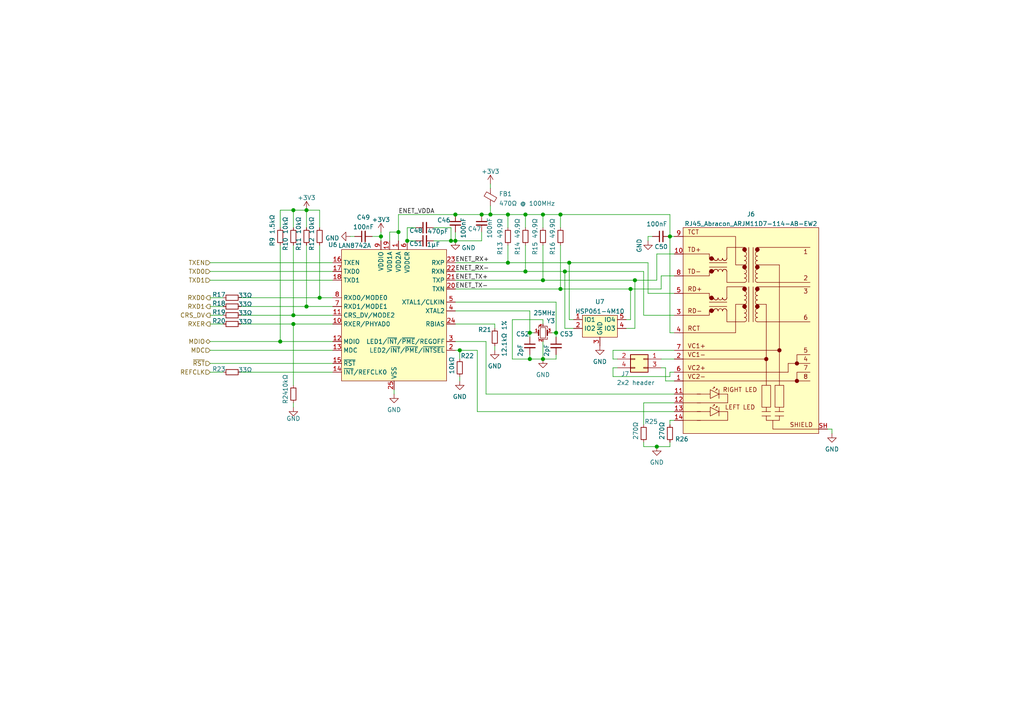
<source format=kicad_sch>
(kicad_sch (version 20210621) (generator eeschema)
  (paper "A4")
  (title_block (title "Ethernet Feather, Ethernet section") (company "Design by Artemis Tosini <me@artem.ist>"))
  (lib_symbols
    (symbol "Connector_Generic:Conn_02x02_Odd_Even" (pin_names (offset 1.016) hide)
      (property "Reference" "J" (at 1.27 2.54 0))
      (property "Value" "Conn_02x02_Odd_Even" (at 1.27 -5.08 0))
      (symbol "Conn_02x02_Odd_Even_1_1"
        (rectangle (start -1.27 -2.413) (end 0 -2.667) (stroke (width 0.1524)))
        (rectangle (start -1.27 0.127) (end 0 -0.127) (stroke (width 0.1524)))
        (rectangle (start -1.27 1.27) (end 3.81 -3.81) (stroke (width 0.254)) (fill (type background)))
        (rectangle (start 3.81 -2.413) (end 2.54 -2.667) (stroke (width 0.1524)))
        (rectangle (start 3.81 0.127) (end 2.54 -0.127) (stroke (width 0.1524)))
        (pin passive line (at -5.08 0 0) (length 3.81) (name "Pin_1") (number "1"))
        (pin passive line (at 7.62 0 180) (length 3.81) (name "Pin_2") (number "2"))
        (pin passive line (at -5.08 -2.54 0) (length 3.81) (name "Pin_3") (number "3"))
        (pin passive line (at 7.62 -2.54 180) (length 3.81) (name "Pin_4") (number "4"))
      )
    )
    (symbol "Device:C_Small" (pin_numbers hide) (pin_names (offset 0.254) hide)
      (property "Reference" "C" (at 0.254 1.778 0))
      (property "Value" "C_Small" (at 0.254 -2.032 0))
      (symbol "C_Small_0_1"
        (polyline (pts (xy -1.524 -0.508) (xy 1.524 -0.508)) (stroke (width 0.3302)))
        (polyline (pts (xy -1.524 0.508) (xy 1.524 0.508)) (stroke (width 0.3048)))
      )
      (symbol "C_Small_1_1"
        (pin passive line (at 0 2.54 270) (length 2.032) (name "~") (number "1"))
        (pin passive line (at 0 -2.54 90) (length 2.032) (name "~") (number "2"))
      )
    )
    (symbol "Device:Crystal_GND24_Small" (pin_names (offset 1.016) hide)
      (property "Reference" "Y" (at 1.27 4.445 0))
      (property "Value" "Crystal_GND24_Small" (at 1.27 2.54 0))
      (symbol "Crystal_GND24_Small_0_1"
        (rectangle (start -0.762 -1.524) (end 0.762 1.524))
        (polyline (pts (xy -1.27 -0.762) (xy -1.27 0.762)) (stroke (width 0.381)))
        (polyline (pts (xy 1.27 -0.762) (xy 1.27 0.762)) (stroke (width 0.381)))
        (polyline (pts (xy -1.27 -1.27) (xy -1.27 -1.905) (xy 1.27 -1.905) (xy 1.27 -1.27)))
        (polyline (pts (xy -1.27 1.27) (xy -1.27 1.905) (xy 1.27 1.905) (xy 1.27 1.27)))
      )
      (symbol "Crystal_GND24_Small_1_1"
        (pin passive line (at -2.54 0 0) (length 1.27) (name "1") (number "1"))
        (pin passive line (at 0 -2.54 90) (length 0.635) (name "2") (number "2"))
        (pin passive line (at 2.54 0 180) (length 1.27) (name "3") (number "3"))
        (pin passive line (at 0 2.54 270) (length 0.635) (name "4") (number "4"))
      )
    )
    (symbol "Device:FerriteBead_Small" (pin_numbers hide) (pin_names (offset 0))
      (property "Reference" "FB" (at 1.905 1.27 0))
      (property "Value" "FerriteBead_Small" (at 1.905 -1.27 0))
      (symbol "FerriteBead_Small_0_1"
        (polyline (pts (xy 0 -1.27) (xy 0 -0.7874)))
        (polyline (pts (xy 0 0.889) (xy 0 1.2954)))
        (polyline (pts (xy -1.8288 0.2794) (xy -1.1176 1.4986) (xy 1.8288 -0.2032) (xy 1.1176 -1.4224) (xy -1.8288 0.2794)))
      )
      (symbol "FerriteBead_Small_1_1"
        (pin passive line (at 0 2.54 270) (length 1.27) (name "~") (number "1"))
        (pin passive line (at 0 -2.54 90) (length 1.27) (name "~") (number "2"))
      )
    )
    (symbol "Device:R_Small" (pin_numbers hide) (pin_names (offset 0.254) hide)
      (property "Reference" "R" (at 0.762 0.508 0))
      (property "Value" "R_Small" (at 0.762 -1.016 0))
      (symbol "R_Small_0_1"
        (rectangle (start -0.762 1.778) (end 0.762 -1.778) (stroke (width 0.2032)))
      )
      (symbol "R_Small_1_1"
        (pin passive line (at 0 2.54 270) (length 0.762) (name "~") (number "1"))
        (pin passive line (at 0 -2.54 90) (length 0.762) (name "~") (number "2"))
      )
    )
    (symbol "ethernet_feather:HSP061-4M10"
      (property "Reference" "U" (at -3.81 5.08 0))
      (property "Value" "HSP061-4M10" (at 5.08 5.08 0))
      (symbol "HSP061-4M10_0_1"
        (rectangle (start -5.08 3.81) (end 5.08 -2.54) (stroke (width 0.1524)) (fill (type background)))
      )
      (symbol "HSP061-4M10_1_1"
        (pin passive line (at -7.62 2.54 0) (length 2.54) (name "IO1") (number "1"))
        (pin passive line (at -7.62 2.54 0) (length 2.54) hide (name "NC") (number "10"))
        (pin passive line (at -7.62 0 0) (length 2.54) (name "IO2") (number "2"))
        (pin passive line (at 0 -5.08 90) (length 2.54) (name "GND") (number "3"))
        (pin passive line (at 7.62 0 180) (length 2.54) (name "IO3") (number "4"))
        (pin passive line (at 7.62 2.54 180) (length 2.54) (name "IO4") (number "5"))
        (pin passive line (at 7.62 2.54 180) (length 2.54) hide (name "NC") (number "6"))
        (pin passive line (at 7.62 0 180) (length 2.54) hide (name "NC") (number "7"))
        (pin passive line (at 0 -5.08 90) (length 2.54) hide (name "GND") (number "8"))
        (pin passive line (at -7.62 0 0) (length 2.54) hide (name "NC") (number "9"))
      )
    )
    (symbol "ethernet_feather:LAN8742A"
      (property "Reference" "U" (at -13.97 20.32 0))
      (property "Value" "LAN8742A" (at 10.16 20.32 0))
      (symbol "LAN8742A_0_1"
        (rectangle (start -15.24 19.05) (end 15.24 -19.05) (stroke (width 0.1524)) (fill (type background)))
      )
      (symbol "LAN8742A_1_1"
        (pin power_in line (at 1.27 21.59 270) (length 2.54) (name "VDD2A") (number "1"))
        (pin output line (at -17.78 -2.54 0) (length 2.54) (name "RXER/PHYAD0") (number "10"))
        (pin output line (at -17.78 0 0) (length 2.54) (name "CRS_DV/MODE2") (number "11"))
        (pin bidirectional line (at -17.78 -7.62 0) (length 2.54) (name "MDIO") (number "12"))
        (pin input line (at -17.78 -10.16 0) (length 2.54) (name "MDC") (number "13"))
        (pin output line (at -17.78 -16.51 0) (length 2.54) (name "~{INT}/REFCLK0") (number "14"))
        (pin input line (at -17.78 -13.97 0) (length 2.54) (name "~{RST}") (number "15"))
        (pin input line (at -17.78 15.24 0) (length 2.54) (name "TXEN") (number "16"))
        (pin input line (at -17.78 12.7 0) (length 2.54) (name "TXD0") (number "17"))
        (pin input line (at -17.78 10.16 0) (length 2.54) (name "TXD1") (number "18"))
        (pin power_in line (at -1.27 21.59 270) (length 2.54) (name "VDD1A") (number "19"))
        (pin bidirectional line (at 17.78 -10.16 180) (length 2.54) (name "LED2/~{INT}/~{PME}/~{INTSEL}") (number "2"))
        (pin bidirectional line (at 17.78 7.62 180) (length 2.54) (name "TXN") (number "20"))
        (pin bidirectional line (at 17.78 10.16 180) (length 2.54) (name "TXP") (number "21"))
        (pin bidirectional line (at 17.78 12.7 180) (length 2.54) (name "RXN") (number "22"))
        (pin bidirectional line (at 17.78 15.24 180) (length 2.54) (name "RXP") (number "23"))
        (pin passive line (at 17.78 -2.54 180) (length 2.54) (name "RBIAS") (number "24"))
        (pin power_in line (at 0 -21.59 90) (length 2.54) (name "VSS") (number "25"))
        (pin bidirectional line (at 17.78 -7.62 180) (length 2.54) (name "LED1/~{INT}/~{PME}/REGOFF") (number "3"))
        (pin output line (at 17.78 1.27 180) (length 2.54) (name "XTAL2") (number "4"))
        (pin input line (at 17.78 3.81 180) (length 2.54) (name "XTAL1/CLKIN") (number "5"))
        (pin bidirectional line (at 3.81 21.59 270) (length 2.54) (name "VDDCR") (number "6"))
        (pin output line (at -17.78 2.54 0) (length 2.54) (name "RXD1/MODE1") (number "7"))
        (pin output line (at -17.78 5.08 0) (length 2.54) (name "RXD0/MODE0") (number "8"))
        (pin power_in line (at -3.81 21.59 270) (length 2.54) (name "VDDIO") (number "9"))
      )
    )
    (symbol "ethernet_feather:RJ45_Abracon_ARJM11D7-114-AB-EW2" (pin_names hide)
      (property "Reference" "J" (at 13.97 30.48 0))
      (property "Value" "RJ45_Abracon_ARJM11D7-114-AB-EW2" (at -22.86 30.48 0))
      (symbol "RJ45_Abracon_ARJM11D7-114-AB-EW2_0_0"
        (rectangle (start -19.05 29.21) (end 20.32 -30.48) (stroke (width 0.1524)) (fill (type background)))
        (polyline (pts (xy -19.05 -26.67) (xy -13.97 -26.67)))
        (polyline (pts (xy -19.05 -24.13) (xy -13.97 -24.13)))
        (polyline (pts (xy -19.05 -21.59) (xy -13.97 -21.59)))
        (polyline (pts (xy -19.05 -19.05) (xy -13.97 -19.05)))
        (polyline (pts (xy -19.05 -15.24) (xy 17.78 -15.24)))
        (polyline (pts (xy -19.05 -12.7) (xy 11.43 -12.7)))
        (polyline (pts (xy -19.05 -8.89) (xy 5.08 -8.89)))
        (polyline (pts (xy -19.05 3.81) (xy -11.43 3.81)))
        (polyline (pts (xy -19.05 10.16) (xy -11.43 10.16)))
        (polyline (pts (xy -19.05 15.24) (xy -11.43 15.24)))
        (polyline (pts (xy -14.986 -19.05) (xy -11.176 -19.05)))
        (polyline (pts (xy -11.43 21.59) (xy -19.05 21.59)))
        (polyline (pts (xy 5.08 -22.86) (xy 5.08 -24.13)))
        (polyline (pts (xy 6.35 -25.4) (xy 3.81 -25.4)))
        (polyline (pts (xy 8.89 -22.86) (xy 8.89 -24.13)))
        (polyline (pts (xy 8.89 -6.35) (xy -19.05 -6.35)))
        (polyline (pts (xy 10.16 -25.4) (xy 7.62 -25.4)))
        (polyline (pts (xy 11.43 -10.16) (xy 17.78 -10.16)))
        (polyline (pts (xy 5.08 -25.4) (xy 5.08 -26.67) (xy 5.08 -26.67)))
        (polyline (pts (xy 8.89 -25.4) (xy 8.89 -26.67) (xy 8.89 -26.67)))
        (polyline (pts (xy 13.97 -15.24) (xy 13.97 -12.7) (xy 17.78 -12.7)))
        (polyline (pts (xy 13.97 -10.16) (xy 13.97 -7.62) (xy 17.78 -7.62)))
        (polyline (pts (xy -8.636 -19.05) (xy -6.096 -19.05) (xy -6.096 -21.59) (xy -14.986 -21.59)))
        (text "1" (at 16.51 22.225 0) (effects (font (size 1.27 1.27))))
        (text "2" (at 16.51 14.605 0) (effects (font (size 1.27 1.27))))
        (text "3" (at 16.51 10.795 0) (effects (font (size 1.27 1.27))))
        (text "4" (at 16.51 -8.89 0) (effects (font (size 1.27 1.27))))
        (text "5" (at 16.51 -6.35 0) (effects (font (size 1.27 1.27))))
        (text "6" (at 16.51 3.175 0) (effects (font (size 1.27 1.27))))
        (text "7" (at 16.51 -11.43 0) (effects (font (size 1.27 1.27))))
        (text "8" (at 16.51 -13.97 0) (effects (font (size 1.27 1.27))))
        (text "LEFT LED" (at -2.54 -22.86 0) (effects (font (size 1.27 1.27))))
        (text "RD+" (at -17.78 11.43 0) (effects (font (size 1.27 1.27)) (justify left)))
        (text "SHIELD" (at 15.24 -27.94 0) (effects (font (size 1.27 1.27))))
        (text "TCT" (at -17.78 27.94 0) (effects (font (size 1.27 1.27)) (justify left)))
        (text "TD+" (at -17.78 22.86 0) (effects (font (size 1.27 1.27)) (justify left)))
        (text "TD-" (at -17.78 16.51 0) (effects (font (size 1.27 1.27)) (justify left)))
        (text "VC2+" (at -17.78 -11.43 0) (effects (font (size 1.27 1.27)) (justify left)))
      )
      (symbol "RJ45_Abracon_ARJM11D7-114-AB-EW2_0_1"
        (polyline (pts (xy -9.906 -22.098) (xy -10.16 -22.098)))
        (polyline (pts (xy -9.144 -22.606) (xy -9.398 -22.606)))
        (polyline (pts (xy -8.636 -17.78) (xy -8.636 -20.32)))
        (polyline (pts (xy 2.54 6.985) (xy 5.08 6.985)) (stroke (width 0.1524)))
        (polyline (pts (xy 2.54 18.415) (xy 8.89 18.415)) (stroke (width 0.1524)))
        (polyline (pts (xy 5.08 6.985) (xy 5.08 -16.51)) (stroke (width 0.1524)))
        (polyline (pts (xy 8.89 18.415) (xy 8.89 -16.51)) (stroke (width 0.1524)))
        (polyline (pts (xy 11.43 -12.7) (xy 11.43 -10.16)) (stroke (width 0.1524)))
        (polyline (pts (xy -10.414 -22.606) (xy -9.906 -22.098) (xy -9.906 -22.352)))
        (polyline (pts (xy -9.652 -23.114) (xy -9.144 -22.606) (xy -9.144 -22.86)))
        (polyline (pts (xy -11.176 -17.78) (xy -11.176 -20.32) (xy -8.636 -19.05) (xy -11.176 -17.78)))
      )
      (symbol "RJ45_Abracon_ARJM11D7-114-AB-EW2_1_1"
        (arc (start -11.43 8.89) (mid -10.795 8.255) (end -10.16 8.89))
        (arc (start -11.43 20.32) (mid -10.795 19.685) (end -10.16 20.32))
        (circle (center -10.795 5.08) (radius 0.0001) (stroke (width 0.6072)))
        (circle (center -10.795 8.89) (radius 0.0001) (stroke (width 0.6072)))
        (circle (center -10.795 16.51) (radius 0.0001) (stroke (width 0.6072)))
        (circle (center -10.795 20.32) (radius 0.0001) (stroke (width 0.6072)))
        (arc (start -10.16 5.08) (mid -10.795 5.715) (end -11.43 5.08))
        (arc (start -10.16 5.08) (mid -7.62 5.08) (end -10.16 5.08))
        (arc (start -10.16 8.89) (mid -9.525 8.255) (end -8.89 8.89))
        (arc (start -10.16 8.89) (mid -9.525 8.255) (end -8.89 8.89))
        (arc (start -10.16 16.51) (mid -10.795 17.145) (end -11.43 16.51))
        (arc (start -10.16 16.51) (mid -7.62 16.51) (end -10.16 16.51))
        (arc (start -10.16 20.32) (mid -9.525 19.685) (end -8.89 20.32))
        (arc (start -10.16 20.32) (mid -9.525 19.685) (end -8.89 20.32))
        (arc (start -8.89 5.08) (mid -9.525 5.715) (end -10.16 5.08))
        (arc (start -8.89 5.08) (mid -9.525 5.715) (end -10.16 5.08))
        (arc (start -8.89 8.89) (mid -11.43 8.89) (end -8.89 8.89))
        (arc (start -8.89 8.89) (mid -8.255 8.255) (end -7.62 8.89))
        (arc (start -8.89 16.51) (mid -9.525 17.145) (end -10.16 16.51))
        (arc (start -8.89 16.51) (mid -9.525 17.145) (end -10.16 16.51))
        (arc (start -8.89 20.32) (mid -11.43 20.32) (end -8.89 20.32))
        (arc (start -8.89 20.32) (mid -8.255 19.685) (end -7.62 20.32))
        (arc (start -7.62 5.08) (mid -8.255 5.715) (end -8.89 5.08))
        (arc (start -7.62 5.08) (mid -5.08 5.08) (end -7.62 5.08))
        (arc (start -7.62 8.89) (mid -6.985 8.255) (end -6.35 8.89))
        (arc (start -7.62 8.89) (mid -6.985 8.255) (end -6.35 8.89))
        (arc (start -7.62 16.51) (mid -8.255 17.145) (end -8.89 16.51))
        (arc (start -7.62 16.51) (mid -5.08 16.51) (end -7.62 16.51))
        (arc (start -7.62 20.32) (mid -6.985 19.685) (end -6.35 20.32))
        (arc (start -7.62 20.32) (mid -6.985 19.685) (end -6.35 20.32))
        (arc (start -6.35 5.08) (mid -6.985 5.715) (end -7.62 5.08))
        (arc (start -6.35 5.08) (mid -6.985 5.715) (end -7.62 5.08))
        (arc (start -6.35 8.89) (mid -8.89 8.89) (end -6.35 8.89))
        (arc (start -6.35 16.51) (mid -6.985 17.145) (end -7.62 16.51))
        (arc (start -6.35 16.51) (mid -6.985 17.145) (end -7.62 16.51))
        (arc (start -6.35 20.32) (mid -8.89 20.32) (end -6.35 20.32))
        (arc (start -1.27 1.905) (mid -0.635 2.54) (end -1.27 3.175))
        (arc (start -1.27 3.175) (mid -0.635 3.81) (end -1.27 4.445))
        (arc (start -1.27 4.445) (mid -0.635 5.08) (end -1.27 5.715))
        (arc (start -1.27 5.08) (mid -1.27 2.54) (end -1.27 5.08))
        (arc (start -1.27 5.715) (mid -0.635 6.35) (end -1.27 6.985))
        (arc (start -1.27 6.35) (mid -1.27 3.81) (end -1.27 6.35))
        (circle (center -1.27 6.35) (radius 0.0001) (stroke (width 0.6072)))
        (arc (start -1.27 6.985) (mid -0.635 7.62) (end -1.27 8.255))
        (arc (start -1.27 8.255) (mid -0.635 8.89) (end -1.27 9.525))
        (arc (start -1.27 9.525) (mid -0.635 10.16) (end -1.27 10.795))
        (arc (start -1.27 10.795) (mid -0.635 11.43) (end -1.27 12.065))
        (arc (start -1.27 11.43) (mid -1.27 8.89) (end -1.27 11.43))
        (circle (center -1.27 11.43) (radius 0.0001) (stroke (width 0.6072)))
        (arc (start -1.27 13.335) (mid -0.635 13.97) (end -1.27 14.605))
        (arc (start -1.27 14.605) (mid -0.635 15.24) (end -1.27 15.875))
        (arc (start -1.27 15.875) (mid -0.635 16.51) (end -1.27 17.145))
        (arc (start -1.27 16.51) (mid -1.27 13.97) (end -1.27 16.51))
        (arc (start -1.27 17.145) (mid -0.635 17.78) (end -1.27 18.415))
        (arc (start -1.27 17.78) (mid -1.27 15.24) (end -1.27 17.78))
        (circle (center -1.27 17.78) (radius 0.0001) (stroke (width 0.6072)))
        (arc (start -1.27 18.415) (mid -0.635 19.05) (end -1.27 19.685))
        (arc (start -1.27 19.685) (mid -0.635 20.32) (end -1.27 20.955))
        (arc (start -1.27 20.955) (mid -0.635 21.59) (end -1.27 22.225))
        (arc (start -1.27 22.225) (mid -0.635 22.86) (end -1.27 23.495))
        (arc (start -1.27 22.86) (mid -1.27 20.32) (end -1.27 22.86))
        (circle (center -1.27 22.86) (radius 0.0001) (stroke (width 0.6072)))
        (polyline (pts (xy -14.986 -24.13) (xy -11.176 -24.13)))
        (polyline (pts (xy -11.43 3.81) (xy -11.43 5.08)) (stroke (width 0.1524)))
        (polyline (pts (xy -11.43 6.35) (xy -6.35 6.35)))
        (polyline (pts (xy -11.43 8.89) (xy -11.43 10.16)) (stroke (width 0.1524)))
        (polyline (pts (xy -11.43 15.24) (xy -11.43 16.51)) (stroke (width 0.1524)))
        (polyline (pts (xy -11.43 17.78) (xy -6.35 17.78)))
        (polyline (pts (xy -11.43 20.32) (xy -11.43 21.59)) (stroke (width 0.1524)))
        (polyline (pts (xy -9.906 -17.018) (xy -10.16 -17.018)))
        (polyline (pts (xy -9.144 -17.526) (xy -9.398 -17.526)))
        (polyline (pts (xy -8.636 -22.86) (xy -8.636 -25.4)))
        (polyline (pts (xy -6.35 7.62) (xy -11.43 7.62)))
        (polyline (pts (xy -6.35 19.05) (xy -11.43 19.05)))
        (polyline (pts (xy 0 12.065) (xy 0 1.905)))
        (polyline (pts (xy 0 23.495) (xy 0 13.335)))
        (polyline (pts (xy 1.27 1.905) (xy 1.27 12.065)))
        (polyline (pts (xy 1.27 13.335) (xy 1.27 23.495)))
        (polyline (pts (xy 2.54 1.905) (xy 17.78 1.905)) (stroke (width 0.1524)))
        (polyline (pts (xy 2.54 12.065) (xy 17.78 12.065)) (stroke (width 0.1524)))
        (polyline (pts (xy 2.54 13.335) (xy 17.78 13.335)) (stroke (width 0.1524)))
        (polyline (pts (xy 2.54 23.495) (xy 17.78 23.495)) (stroke (width 0.1524)))
        (polyline (pts (xy 5.08 -26.67) (xy 8.89 -26.67)) (stroke (width 0.1524)))
        (polyline (pts (xy 6.35 -24.13) (xy 3.81 -24.13)))
        (polyline (pts (xy 10.16 -24.13) (xy 7.62 -24.13)))
        (polyline (pts (xy -10.414 -17.526) (xy -9.906 -17.018) (xy -9.906 -17.272)))
        (polyline (pts (xy -9.652 -18.034) (xy -9.144 -17.526) (xy -9.144 -17.78)))
        (polyline (pts (xy -6.35 5.08) (xy -6.35 1.905) (xy -1.27 1.905)) (stroke (width 0.1524)))
        (polyline (pts (xy -6.35 8.89) (xy -6.35 12.065) (xy -1.27 12.065)) (stroke (width 0.1524)))
        (polyline (pts (xy -6.35 16.51) (xy -6.35 13.335) (xy -1.27 13.335)) (stroke (width 0.1524)))
        (polyline (pts (xy -6.35 20.32) (xy -6.35 23.495) (xy -1.27 23.495)) (stroke (width 0.1524)))
        (polyline (pts (xy 20.32 -29.21) (xy 6.985 -29.21) (xy 6.985 -26.67)) (stroke (width 0.1524)))
        (polyline (pts (xy -11.176 -22.86) (xy -11.176 -25.4) (xy -8.636 -24.13) (xy -11.176 -22.86)))
        (polyline (pts (xy -8.636 -24.13) (xy -6.096 -24.13) (xy -6.096 -26.67) (xy -14.986 -26.67)))
        (polyline (pts (xy -1.27 6.985) (xy -3.81 6.985) (xy -3.81 -1.27) (xy -20.32 -1.27)) (stroke (width 0.1524)))
        (polyline (pts (xy -1.27 18.415) (xy -3.81 18.415) (xy -3.81 26.67) (xy -19.05 26.67)) (stroke (width 0.1524)))
        (arc (start 2.54 3.175) (mid 1.905 2.54) (end 2.54 1.905))
        (arc (start 2.54 3.175) (mid 2.54 5.715) (end 2.54 3.175))
        (arc (start 2.54 4.445) (mid 1.905 3.81) (end 2.54 3.175))
        (arc (start 2.54 5.715) (mid 1.905 5.08) (end 2.54 4.445))
        (arc (start 2.54 5.715) (mid 2.54 8.255) (end 2.54 5.715))
        (circle (center 2.54 6.35) (radius 0.0001) (stroke (width 0.6072)))
        (arc (start 2.54 6.985) (mid 1.905 6.35) (end 2.54 5.715))
        (arc (start 2.54 8.255) (mid 1.905 7.62) (end 2.54 6.985))
        (arc (start 2.54 9.525) (mid 1.905 8.89) (end 2.54 8.255))
        (arc (start 2.54 9.525) (mid 2.54 12.065) (end 2.54 9.525))
        (arc (start 2.54 10.795) (mid 1.905 10.16) (end 2.54 9.525))
        (circle (center 2.54 11.43) (radius 0.0001) (stroke (width 0.6072)))
        (arc (start 2.54 12.065) (mid 1.905 11.43) (end 2.54 10.795))
        (arc (start 2.54 14.605) (mid 1.905 13.97) (end 2.54 13.335))
        (arc (start 2.54 14.605) (mid 2.54 17.145) (end 2.54 14.605))
        (arc (start 2.54 15.875) (mid 1.905 15.24) (end 2.54 14.605))
        (arc (start 2.54 17.145) (mid 1.905 16.51) (end 2.54 15.875))
        (arc (start 2.54 17.145) (mid 2.54 19.685) (end 2.54 17.145))
        (circle (center 2.54 17.78) (radius 0.0001) (stroke (width 0.6072)))
        (arc (start 2.54 18.415) (mid 1.905 17.78) (end 2.54 17.145))
        (arc (start 2.54 19.685) (mid 1.905 19.05) (end 2.54 18.415))
        (arc (start 2.54 20.955) (mid 1.905 20.32) (end 2.54 19.685))
        (arc (start 2.54 20.955) (mid 2.54 23.495) (end 2.54 20.955))
        (arc (start 2.54 22.225) (mid 1.905 21.59) (end 2.54 20.955))
        (circle (center 2.54 22.86) (radius 0.0001) (stroke (width 0.6072)))
        (arc (start 2.54 23.495) (mid 1.905 22.86) (end 2.54 22.225))
        (circle (center 5.08 -8.89) (radius 0.0001) (stroke (width 0.6072)))
        (rectangle (start 6.35 -22.86) (end 3.81 -16.51))
        (circle (center 8.89 -6.35) (radius 0.0001) (stroke (width 0.6072)))
        (rectangle (start 10.16 -22.86) (end 7.62 -16.51))
        (circle (center 13.97 -15.24) (radius 0.0001) (stroke (width 0.6072)))
        (circle (center 13.97 -10.16) (radius 0.0001) (stroke (width 0.6072)))
        (text "RCT" (at -17.78 0 0) (effects (font (size 1.27 1.27)) (justify left)))
        (text "RD-" (at -17.78 5.08 0) (effects (font (size 1.27 1.27)) (justify left)))
        (text "RIGHT LED" (at -2.54 -17.78 0) (effects (font (size 1.27 1.27))))
        (text "VC1+" (at -17.78 -5.08 0) (effects (font (size 1.27 1.27)) (justify left)))
        (text "VC1-" (at -17.78 -7.62 0) (effects (font (size 1.27 1.27)) (justify left)))
        (text "VC2-" (at -17.78 -13.97 0) (effects (font (size 1.27 1.27)) (justify left)))
        (pin passive line (at -21.59 -15.24 0) (length 2.54) (name "TD+") (number "1"))
        (pin passive line (at -21.59 21.59 0) (length 2.54) (name "TD+") (number "10"))
        (pin passive line (at -21.59 -19.05 0) (length 2.54) (name "RLED+") (number "11"))
        (pin passive line (at -21.59 -21.59 0) (length 2.54) (name "RLED-") (number "12"))
        (pin passive line (at -21.59 -24.13 0) (length 2.54) (name "LLED+") (number "13"))
        (pin passive line (at -21.59 -26.67 0) (length 2.54) (name "LLED-") (number "14"))
        (pin passive line (at -21.59 -8.89 0) (length 2.54) (name "TD-") (number "2"))
        (pin passive line (at -21.59 3.81 0) (length 2.54) (name "RD+") (number "3"))
        (pin passive line (at -21.59 -1.27 0) (length 2.54) (name "CT") (number "4"))
        (pin passive line (at -21.59 10.16 0) (length 2.54) (name "CT") (number "5"))
        (pin passive line (at -21.59 -12.7 0) (length 2.54) (name "RD-") (number "6"))
        (pin passive line (at -21.59 -6.35 0) (length 2.54) (name "7") (number "7"))
        (pin passive line (at -21.59 15.24 0) (length 2.54) (name "TD-") (number "8"))
        (pin passive line (at -21.59 26.67 0) (length 2.54) (name "V+") (number "9"))
        (pin passive line (at 22.86 -29.21 180) (length 2.54) (name "SHIELD") (number "SH"))
      )
    )
    (symbol "power:+3V3" (power) (pin_names (offset 0))
      (property "Value" "+3V3" (at 0 3.556 0))
      (symbol "+3V3_0_1"
        (polyline (pts (xy -0.762 1.27) (xy 0 2.54)))
        (polyline (pts (xy 0 0) (xy 0 2.54)))
        (polyline (pts (xy 0 2.54) (xy 0.762 1.27)))
      )
      (symbol "+3V3_1_1"
        (pin power_in line (at 0 0 90) (length 0) hide (name "+3V3") (number "1"))
      )
    )
    (symbol "power:GND" (power) (pin_names (offset 0))
      (property "Value" "GND" (at 0 -3.81 0))
      (symbol "GND_0_1"
        (polyline (pts (xy 0 0) (xy 0 -1.27) (xy 1.27 -1.27) (xy 0 -2.54) (xy -1.27 -1.27) (xy 0 -1.27)))
      )
      (symbol "GND_1_1"
        (pin power_in line (at 0 0 270) (length 0) hide (name "GND") (number "1"))
      )
    )
  )
  (junction (at 147.32 62.23) (diameter 1.016))
  (junction (at 115.57 67.31) (diameter 1.016))
  (junction (at 163.83 78.74) (diameter 1.016))
  (junction (at 194.31 68.58) (diameter 1.016))
  (junction (at 132.08 69.85) (diameter 1.016))
  (junction (at 182.88 83.82) (diameter 1.016))
  (junction (at 118.11 69.85) (diameter 1.016))
  (junction (at 81.28 99.06) (diameter 1.016))
  (junction (at 153.67 96.52) (diameter 1.016))
  (junction (at 92.71 86.36) (diameter 1.016))
  (junction (at 184.15 81.28) (diameter 1.016))
  (junction (at 139.7 62.23) (diameter 1.016))
  (junction (at 88.9 88.9) (diameter 1.016))
  (junction (at 157.48 104.14) (diameter 1.016))
  (junction (at 85.09 60.96) (diameter 1.016))
  (junction (at 190.5 129.54) (diameter 1.016))
  (junction (at 165.1 76.2) (diameter 1.016))
  (junction (at 110.49 68.58) (diameter 1.016))
  (junction (at 152.4 62.23) (diameter 1.016))
  (junction (at 161.29 96.52) (diameter 1.016))
  (junction (at 130.81 69.85) (diameter 1.016))
  (junction (at 85.09 93.98) (diameter 1.016))
  (junction (at 162.56 62.23) (diameter 1.016))
  (junction (at 142.24 62.23) (diameter 1.016))
  (junction (at 153.67 104.14) (diameter 1.016))
  (junction (at 133.35 101.6) (diameter 1.016))
  (junction (at 147.32 76.2) (diameter 1.016))
  (junction (at 88.9 60.96) (diameter 1.016))
  (junction (at 162.56 83.82) (diameter 1.016))
  (junction (at 152.4 78.74) (diameter 1.016))
  (junction (at 85.09 91.44) (diameter 1.016))
  (junction (at 157.48 81.28) (diameter 1.016))
  (junction (at 132.08 62.23) (diameter 1.016))
  (junction (at 157.48 62.23) (diameter 1.016))
  (wire (pts (xy 140.97 99.06) (xy 140.97 114.3)))
  (wire (pts (xy 194.31 121.92) (xy 194.31 123.19)))
  (wire (pts (xy 142.24 59.69) (xy 142.24 62.23)))
  (wire (pts (xy 161.29 96.52) (xy 160.02 96.52)))
  (wire (pts (xy 161.29 87.63) (xy 161.29 96.52)))
  (wire (pts (xy 186.69 91.44) (xy 195.58 91.44)))
  (wire (pts (xy 187.96 76.2) (xy 187.96 85.09)))
  (wire (pts (xy 118.11 69.85) (xy 118.11 66.04)))
  (wire (pts (xy 114.3 113.03) (xy 114.3 114.3)))
  (wire (pts (xy 118.11 69.85) (xy 120.65 69.85)))
  (wire (pts (xy 193.04 110.49) (xy 195.58 110.49)))
  (wire (pts (xy 69.85 91.44) (xy 85.09 91.44)))
  (wire (pts (xy 177.8 104.14) (xy 179.07 104.14)))
  (wire (pts (xy 132.08 83.82) (xy 162.56 83.82)))
  (wire (pts (xy 132.08 67.31) (xy 132.08 69.85)))
  (wire (pts (xy 60.96 99.06) (xy 81.28 99.06)))
  (wire (pts (xy 85.09 93.98) (xy 85.09 111.76)))
  (wire (pts (xy 194.31 107.95) (xy 195.58 107.95)))
  (wire (pts (xy 60.96 93.98) (xy 64.77 93.98)))
  (wire (pts (xy 130.81 69.85) (xy 132.08 69.85)))
  (wire (pts (xy 191.77 106.68) (xy 193.04 106.68)))
  (wire (pts (xy 60.96 105.41) (xy 96.52 105.41)))
  (wire (pts (xy 60.96 76.2) (xy 96.52 76.2)))
  (wire (pts (xy 191.77 83.82) (xy 191.77 80.01)))
  (wire (pts (xy 81.28 60.96) (xy 85.09 60.96)))
  (wire (pts (xy 81.28 66.04) (xy 81.28 60.96)))
  (wire (pts (xy 133.35 109.22) (xy 133.35 110.49)))
  (wire (pts (xy 190.5 129.54) (xy 194.31 129.54)))
  (wire (pts (xy 125.73 69.85) (xy 130.81 69.85)))
  (wire (pts (xy 85.09 91.44) (xy 96.52 91.44)))
  (wire (pts (xy 85.09 66.04) (xy 85.09 60.96)))
  (wire (pts (xy 81.28 99.06) (xy 96.52 99.06)))
  (wire (pts (xy 165.1 76.2) (xy 187.96 76.2)))
  (wire (pts (xy 139.7 62.23) (xy 142.24 62.23)))
  (wire (pts (xy 125.73 66.04) (xy 130.81 66.04)))
  (wire (pts (xy 162.56 62.23) (xy 194.31 62.23)))
  (wire (pts (xy 182.88 83.82) (xy 191.77 83.82)))
  (wire (pts (xy 69.85 88.9) (xy 88.9 88.9)))
  (wire (pts (xy 88.9 88.9) (xy 96.52 88.9)))
  (wire (pts (xy 157.48 71.12) (xy 157.48 81.28)))
  (wire (pts (xy 139.7 67.31) (xy 139.7 69.85)))
  (wire (pts (xy 85.09 116.84) (xy 85.09 118.11)))
  (wire (pts (xy 157.48 62.23) (xy 157.48 66.04)))
  (wire (pts (xy 177.8 101.6) (xy 177.8 104.14)))
  (wire (pts (xy 182.88 92.71) (xy 182.88 83.82)))
  (wire (pts (xy 152.4 62.23) (xy 152.4 66.04)))
  (wire (pts (xy 153.67 96.52) (xy 154.94 96.52)))
  (wire (pts (xy 191.77 80.01) (xy 195.58 80.01)))
  (wire (pts (xy 60.96 91.44) (xy 64.77 91.44)))
  (wire (pts (xy 88.9 60.96) (xy 88.9 66.04)))
  (wire (pts (xy 92.71 86.36) (xy 96.52 86.36)))
  (wire (pts (xy 190.5 73.66) (xy 195.58 73.66)))
  (wire (pts (xy 60.96 81.28) (xy 96.52 81.28)))
  (wire (pts (xy 132.08 87.63) (xy 161.29 87.63)))
  (wire (pts (xy 147.32 62.23) (xy 152.4 62.23)))
  (wire (pts (xy 191.77 104.14) (xy 195.58 104.14)))
  (wire (pts (xy 152.4 62.23) (xy 157.48 62.23)))
  (wire (pts (xy 132.08 81.28) (xy 157.48 81.28)))
  (wire (pts (xy 143.51 100.33) (xy 143.51 101.6)))
  (wire (pts (xy 161.29 102.87) (xy 161.29 104.14)))
  (wire (pts (xy 184.15 81.28) (xy 190.5 81.28)))
  (wire (pts (xy 193.04 106.68) (xy 193.04 110.49)))
  (wire (pts (xy 88.9 60.96) (xy 92.71 60.96)))
  (wire (pts (xy 162.56 71.12) (xy 162.56 83.82)))
  (wire (pts (xy 186.69 129.54) (xy 190.5 129.54)))
  (wire (pts (xy 81.28 71.12) (xy 81.28 99.06)))
  (wire (pts (xy 60.96 88.9) (xy 64.77 88.9)))
  (wire (pts (xy 157.48 93.98) (xy 157.48 92.71)))
  (wire (pts (xy 165.1 76.2) (xy 165.1 92.71)))
  (wire (pts (xy 184.15 95.25) (xy 184.15 81.28)))
  (wire (pts (xy 101.6 68.58) (xy 102.87 68.58)))
  (wire (pts (xy 69.85 107.95) (xy 96.52 107.95)))
  (wire (pts (xy 194.31 96.52) (xy 195.58 96.52)))
  (wire (pts (xy 69.85 93.98) (xy 85.09 93.98)))
  (wire (pts (xy 152.4 71.12) (xy 152.4 78.74)))
  (wire (pts (xy 177.8 106.68) (xy 177.8 109.22)))
  (wire (pts (xy 190.5 81.28) (xy 190.5 73.66)))
  (wire (pts (xy 60.96 107.95) (xy 64.77 107.95)))
  (wire (pts (xy 139.7 69.85) (xy 132.08 69.85)))
  (wire (pts (xy 113.03 69.85) (xy 113.03 67.31)))
  (wire (pts (xy 163.83 78.74) (xy 186.69 78.74)))
  (wire (pts (xy 194.31 109.22) (xy 194.31 107.95)))
  (wire (pts (xy 132.08 76.2) (xy 147.32 76.2)))
  (wire (pts (xy 60.96 101.6) (xy 96.52 101.6)))
  (wire (pts (xy 118.11 66.04) (xy 120.65 66.04)))
  (wire (pts (xy 85.09 71.12) (xy 85.09 91.44)))
  (wire (pts (xy 107.95 68.58) (xy 110.49 68.58)))
  (wire (pts (xy 162.56 83.82) (xy 182.88 83.82)))
  (wire (pts (xy 177.8 109.22) (xy 194.31 109.22)))
  (wire (pts (xy 142.24 53.34) (xy 142.24 54.61)))
  (wire (pts (xy 166.37 92.71) (xy 165.1 92.71)))
  (wire (pts (xy 148.59 92.71) (xy 157.48 92.71)))
  (wire (pts (xy 138.43 119.38) (xy 195.58 119.38)))
  (wire (pts (xy 132.08 78.74) (xy 152.4 78.74)))
  (wire (pts (xy 132.08 99.06) (xy 140.97 99.06)))
  (wire (pts (xy 92.71 71.12) (xy 92.71 86.36)))
  (wire (pts (xy 186.69 123.19) (xy 186.69 116.84)))
  (wire (pts (xy 60.96 78.74) (xy 96.52 78.74)))
  (wire (pts (xy 69.85 86.36) (xy 92.71 86.36)))
  (wire (pts (xy 147.32 71.12) (xy 147.32 76.2)))
  (wire (pts (xy 189.23 68.58) (xy 187.96 68.58)))
  (wire (pts (xy 148.59 92.71) (xy 148.59 104.14)))
  (wire (pts (xy 163.83 95.25) (xy 163.83 78.74)))
  (wire (pts (xy 157.48 99.06) (xy 157.48 104.14)))
  (wire (pts (xy 194.31 68.58) (xy 195.58 68.58)))
  (wire (pts (xy 115.57 62.23) (xy 115.57 67.31)))
  (wire (pts (xy 148.59 104.14) (xy 153.67 104.14)))
  (wire (pts (xy 143.51 93.98) (xy 143.51 95.25)))
  (wire (pts (xy 241.3 124.46) (xy 241.3 125.73)))
  (wire (pts (xy 140.97 114.3) (xy 195.58 114.3)))
  (wire (pts (xy 152.4 78.74) (xy 163.83 78.74)))
  (wire (pts (xy 187.96 68.58) (xy 187.96 69.85)))
  (wire (pts (xy 194.31 62.23) (xy 194.31 68.58)))
  (wire (pts (xy 181.61 95.25) (xy 184.15 95.25)))
  (wire (pts (xy 147.32 62.23) (xy 147.32 66.04)))
  (wire (pts (xy 132.08 93.98) (xy 143.51 93.98)))
  (wire (pts (xy 130.81 66.04) (xy 130.81 69.85)))
  (wire (pts (xy 142.24 62.23) (xy 147.32 62.23)))
  (wire (pts (xy 133.35 101.6) (xy 138.43 101.6)))
  (wire (pts (xy 195.58 121.92) (xy 194.31 121.92)))
  (wire (pts (xy 110.49 68.58) (xy 110.49 69.85)))
  (wire (pts (xy 240.03 124.46) (xy 241.3 124.46)))
  (wire (pts (xy 161.29 104.14) (xy 157.48 104.14)))
  (wire (pts (xy 186.69 128.27) (xy 186.69 129.54)))
  (wire (pts (xy 161.29 96.52) (xy 161.29 97.79)))
  (wire (pts (xy 157.48 62.23) (xy 162.56 62.23)))
  (wire (pts (xy 85.09 60.96) (xy 88.9 60.96)))
  (wire (pts (xy 177.8 106.68) (xy 179.07 106.68)))
  (wire (pts (xy 113.03 67.31) (xy 115.57 67.31)))
  (wire (pts (xy 194.31 68.58) (xy 194.31 96.52)))
  (wire (pts (xy 153.67 96.52) (xy 153.67 97.79)))
  (wire (pts (xy 153.67 102.87) (xy 153.67 104.14)))
  (wire (pts (xy 194.31 129.54) (xy 194.31 128.27)))
  (wire (pts (xy 153.67 90.17) (xy 153.67 96.52)))
  (wire (pts (xy 60.96 86.36) (xy 64.77 86.36)))
  (wire (pts (xy 92.71 60.96) (xy 92.71 66.04)))
  (wire (pts (xy 157.48 81.28) (xy 184.15 81.28)))
  (wire (pts (xy 132.08 62.23) (xy 139.7 62.23)))
  (wire (pts (xy 138.43 101.6) (xy 138.43 119.38)))
  (wire (pts (xy 110.49 68.58) (xy 110.49 67.31)))
  (wire (pts (xy 147.32 76.2) (xy 165.1 76.2)))
  (wire (pts (xy 186.69 116.84) (xy 195.58 116.84)))
  (wire (pts (xy 181.61 92.71) (xy 182.88 92.71)))
  (wire (pts (xy 177.8 101.6) (xy 195.58 101.6)))
  (wire (pts (xy 186.69 78.74) (xy 186.69 91.44)))
  (wire (pts (xy 187.96 85.09) (xy 195.58 85.09)))
  (wire (pts (xy 115.57 67.31) (xy 115.57 69.85)))
  (wire (pts (xy 132.08 90.17) (xy 153.67 90.17)))
  (wire (pts (xy 133.35 101.6) (xy 133.35 104.14)))
  (wire (pts (xy 85.09 93.98) (xy 96.52 93.98)))
  (wire (pts (xy 88.9 71.12) (xy 88.9 88.9)))
  (wire (pts (xy 166.37 95.25) (xy 163.83 95.25)))
  (wire (pts (xy 115.57 62.23) (xy 132.08 62.23)))
  (wire (pts (xy 132.08 101.6) (xy 133.35 101.6)))
  (wire (pts (xy 153.67 104.14) (xy 157.48 104.14)))
  (wire (pts (xy 162.56 62.23) (xy 162.56 66.04)))
  (label "ENET_RX+" (at 132.08 76.2 0))
  (label "ENET_TX-" (at 132.08 83.82 0))
  (label "ENET_VDDA" (at 115.57 62.23 0))
  (label "ENET_RX-" (at 132.08 78.74 0))
  (label "ENET_TX+" (at 132.08 81.28 0))
  (hierarchical_label "RXER" (shape output) (at 60.96 93.98 180))
  (hierarchical_label "~{RST}" (shape input) (at 60.96 105.41 180))
  (hierarchical_label "TXD1" (shape input) (at 60.96 81.28 180))
  (hierarchical_label "TXD0" (shape input) (at 60.96 78.74 180))
  (hierarchical_label "REFCLK" (shape input) (at 60.96 107.95 180))
  (hierarchical_label "MDC" (shape input) (at 60.96 101.6 180))
  (hierarchical_label "MDIO" (shape bidirectional) (at 60.96 99.06 180))
  (hierarchical_label "RXD0" (shape output) (at 60.96 86.36 180))
  (hierarchical_label "TXEN" (shape input) (at 60.96 76.2 180))
  (hierarchical_label "CRS_DV" (shape output) (at 60.96 91.44 180))
  (hierarchical_label "RXD1" (shape output) (at 60.96 88.9 180))
  (symbol (lib_id "Device:R_Small") (at 147.32 68.58 0) (unit 1)
    (property "Reference" "R13" (at 145.0087 74.0215 90) (effects (justify left)))
    (property "Value" "49.9Ω" (at 145.0087 69.1766 90) (effects (justify left)))
    (property "Footprint" "Resistor_SMD:R_0402_1005Metric" (effects hide))
  )
  (symbol (lib_id "power:GND") (at 114.3 114.3 0) (unit 1)
    (property "Reference" "#PWR0142" (effects hide))
    (property "Value" "GND" (at 114.3 118.8626 0))
  )
  (symbol (lib_id "Device:C_Small") (at 139.7 64.77 0) (unit 1)
    (property "Reference" "C47" (at 135.6742 66.4015 0) (effects (justify left)))
    (property "Value" "100nF" (at 142.0242 69.1766 90) (effects (justify left)))
    (property "Footprint" "Capacitor_SMD:C_0402_1005Metric" (effects hide))
  )
  (symbol (lib_id "Device:FerriteBead_Small") (at 142.24 57.15 0) (unit 1)
    (property "Reference" "FB1" (at 144.7039 56.2415 0) (effects (justify left)))
    (property "Value" "470Ω @ 100MHz" (at 144.7039 59.0166 0) (effects (justify left)))
    (property "Footprint" "Inductor_SMD:L_0603_1608Metric" (effects hide))
  )
  (symbol (lib_id "Device:R_Small") (at 152.4 68.58 0) (unit 1)
    (property "Reference" "R14" (at 150.0887 74.0215 90) (effects (justify left)))
    (property "Value" "49.9Ω" (at 150.0887 69.1766 90) (effects (justify left)))
    (property "Footprint" "Resistor_SMD:R_0402_1005Metric" (effects hide))
  )
  (symbol (lib_id "Device:R_Small") (at 133.35 106.68 0) (unit 1)
    (property "Reference" "R22" (at 133.5787 103.2315 0) (effects (justify left)))
    (property "Value" "10kΩ" (at 131.0387 108.5466 90) (effects (justify left)))
    (property "Footprint" "Resistor_SMD:R_0402_1005Metric" (effects hide))
  )
  (symbol (lib_id "Device:C_Small") (at 105.41 68.58 90) (unit 1)
    (property "Reference" "C49" (at 105.41 63.0513 90))
    (property "Value" "100nF" (at 105.41 65.8264 90))
    (property "Footprint" "Capacitor_SMD:C_0402_1005Metric" (effects hide))
  )
  (symbol (lib_id "Device:C_Small") (at 123.19 69.85 90) (unit 1)
    (property "Reference" "C51" (at 120.65 70.6713 90))
    (property "Value" "1µF" (at 125.73 70.9064 90))
    (property "Footprint" "Capacitor_SMD:C_0402_1005Metric" (effects hide))
  )
  (symbol (lib_id "Device:R_Small") (at 67.31 91.44 90) (unit 1)
    (property "Reference" "R19" (at 63.5 90.5468 90))
    (property "Value" "33Ω" (at 71.12 90.7819 90))
    (property "Footprint" "Resistor_SMD:R_0402_1005Metric" (effects hide))
  )
  (symbol (lib_id "Device:R_Small") (at 85.09 114.3 0) (unit 1)
    (property "Reference" "R24" (at 82.7787 117.2015 90) (effects (justify left)))
    (property "Value" "10kΩ" (at 82.7787 113.6266 90) (effects (justify left)))
    (property "Footprint" "Resistor_SMD:R_0402_1005Metric" (effects hide))
  )
  (symbol (lib_id "power:GND") (at 101.6 68.58 270) (unit 1)
    (property "Reference" "#PWR0147" (effects hide))
    (property "Value" "GND" (at 98.425 69.059 90) (effects (justify right)))
  )
  (symbol (lib_id "ethernet_feather:LAN8742A") (at 114.3 91.44 0) (unit 1)
    (property "Reference" "U6" (at 96.52 70.9836 0))
    (property "Value" "LAN8742A" (at 102.87 71.2187 0))
    (property "Footprint" "Package_DFN_QFN:VQFN-24-1EP_4x4mm_P0.5mm_EP2.45x2.45mm_ThermalVias" (effects hide))
    (property "Datasheet" "https://ww1.microchip.com/downloads/en/DeviceDoc/DS_LAN8742_00001989A.pdf" (effects hide))
  )
  (symbol (lib_id "Device:C_Small") (at 132.08 64.77 0) (unit 1)
    (property "Reference" "C46" (at 126.7842 63.8615 0) (effects (justify left)))
    (property "Value" "100nF" (at 134.4042 69.1766 90) (effects (justify left)))
    (property "Footprint" "Capacitor_SMD:C_0402_1005Metric" (effects hide))
  )
  (symbol (lib_id "power:GND") (at 85.09 118.11 0) (unit 1)
    (property "Reference" "#PWR0145" (effects hide))
    (property "Value" "GND" (at 85.09 121.4026 0))
  )
  (symbol (lib_id "Device:C_Small") (at 161.29 100.33 0) (unit 1)
    (property "Reference" "C53" (at 162.3442 96.8815 0) (effects (justify left)))
    (property "Value" "2pF" (at 158.5342 103.4666 90) (effects (justify left)))
    (property "Footprint" "Capacitor_SMD:C_0402_1005Metric" (effects hide))
  )
  (symbol (lib_id "power:GND") (at 173.99 100.33 0) (unit 1)
    (property "Reference" "#PWR0151" (effects hide))
    (property "Value" "GND" (at 173.99 104.8926 0))
  )
  (symbol (lib_id "Device:R_Small") (at 92.71 68.58 0) (unit 1)
    (property "Reference" "R12" (at 90.3987 72.7515 90) (effects (justify left)))
    (property "Value" "10kΩ" (at 90.3987 67.9066 90) (effects (justify left)))
    (property "Footprint" "Resistor_SMD:R_0402_1005Metric" (effects hide))
  )
  (symbol (lib_id "Device:C_Small") (at 123.19 66.04 90) (unit 1)
    (property "Reference" "C48" (at 120.65 66.8613 90))
    (property "Value" "470pF" (at 127 67.0964 90))
    (property "Footprint" "Capacitor_SMD:C_0402_1005Metric" (effects hide))
  )
  (symbol (lib_id "ethernet_feather:HSP061-4M10") (at 173.99 95.25 0) (unit 1)
    (property "Reference" "U7" (at 173.99 87.5242 0))
    (property "Value" "HSP061-4M10" (at 173.99 90.2993 0))
    (property "Footprint" "ethernet_feather:ST_µQFN-10L" (effects hide))
    (property "Datasheet" "https://www.st.com/resource/en/datasheet/hsp061-4m10.pdf" (effects hide))
  )
  (symbol (lib_id "Device:R_Small") (at 157.48 68.58 0) (unit 1)
    (property "Reference" "R15" (at 155.1687 74.0215 90) (effects (justify left)))
    (property "Value" "49.9Ω" (at 155.1687 69.1766 90) (effects (justify left)))
    (property "Footprint" "Resistor_SMD:R_0402_1005Metric" (effects hide))
  )
  (symbol (lib_id "ethernet_feather:RJ45_Abracon_ARJM11D7-114-AB-EW2") (at 217.17 95.25 0) (unit 1)
    (property "Reference" "J6" (at 217.805 62.1242 0))
    (property "Value" "RJ45_Abracon_ARJM11D7-114-AB-EW2" (at 217.805 64.8993 0))
    (property "Footprint" "ethernet_feather:RJ45_Abracon_ARJM11D7-114" (effects hide))
    (property "Datasheet" "https://abracon.com/Magnetics/ARJM11.pdf" (effects hide))
  )
  (symbol (lib_id "power:+3V3") (at 88.9 60.96 0) (unit 1)
    (property "Reference" "#PWR0146" (effects hide))
    (property "Value" "+3V3" (at 88.9 57.3554 0))
  )
  (symbol (lib_id "power:GND") (at 133.35 110.49 0) (unit 1)
    (property "Reference" "#PWR0143" (effects hide))
    (property "Value" "GND" (at 133.35 115.0526 0))
  )
  (symbol (lib_id "power:+3V3") (at 110.49 67.31 0) (unit 1)
    (property "Reference" "#PWR0148" (effects hide))
    (property "Value" "+3V3" (at 110.49 63.7054 0))
  )
  (symbol (lib_id "power:GND") (at 187.96 69.85 0) (unit 1)
    (property "Reference" "#PWR0154" (effects hide))
    (property "Value" "GND" (at 185.42 71.2376 90))
  )
  (symbol (lib_id "power:+3V3") (at 142.24 53.34 0) (unit 1)
    (property "Reference" "#PWR0150" (effects hide))
    (property "Value" "+3V3" (at 142.24 49.7354 0))
  )
  (symbol (lib_id "Device:R_Small") (at 88.9 68.58 0) (unit 1)
    (property "Reference" "R11" (at 86.5887 72.7515 90) (effects (justify left)))
    (property "Value" "10kΩ" (at 86.5887 67.9066 90) (effects (justify left)))
    (property "Footprint" "Resistor_SMD:R_0402_1005Metric" (effects hide))
  )
  (symbol (lib_id "Device:R_Small") (at 85.09 68.58 0) (unit 1)
    (property "Reference" "R10" (at 82.7787 72.7515 90) (effects (justify left)))
    (property "Value" "10kΩ" (at 82.7787 67.9066 90) (effects (justify left)))
    (property "Footprint" "Resistor_SMD:R_0402_1005Metric" (effects hide))
  )
  (symbol (lib_id "Device:R_Small") (at 162.56 68.58 0) (unit 1)
    (property "Reference" "R16" (at 160.2487 74.0215 90) (effects (justify left)))
    (property "Value" "49.9Ω" (at 160.2487 69.1766 90) (effects (justify left)))
    (property "Footprint" "Resistor_SMD:R_0402_1005Metric" (effects hide))
  )
  (symbol (lib_id "Device:R_Small") (at 81.28 68.58 0) (unit 1)
    (property "Reference" "R9" (at 78.9687 71.4815 90) (effects (justify left)))
    (property "Value" "1.5kΩ" (at 78.9687 67.9066 90) (effects (justify left)))
    (property "Footprint" "Resistor_SMD:R_0402_1005Metric" (effects hide))
  )
  (symbol (lib_id "Device:R_Small") (at 194.31 125.73 0) (unit 1)
    (property "Reference" "R26" (at 195.8087 127.3615 0) (effects (justify left)))
    (property "Value" "270Ω" (at 191.9987 127.5966 90) (effects (justify left)))
    (property "Footprint" "Resistor_SMD:R_0402_1005Metric" (effects hide))
  )
  (symbol (lib_id "Device:R_Small") (at 186.69 125.73 0) (unit 1)
    (property "Reference" "R25" (at 186.9187 122.2815 0) (effects (justify left)))
    (property "Value" "270Ω" (at 184.3787 127.5966 90) (effects (justify left)))
    (property "Footprint" "Resistor_SMD:R_0402_1005Metric" (effects hide))
  )
  (symbol (lib_id "power:GND") (at 241.3 125.73 0) (unit 1)
    (property "Reference" "#PWR0155" (effects hide))
    (property "Value" "GND" (at 241.3 130.2926 0))
  )
  (symbol (lib_id "Device:R_Small") (at 67.31 107.95 90) (unit 1)
    (property "Reference" "R23" (at 63.5 107.0568 90))
    (property "Value" "33Ω" (at 71.12 107.2919 90))
    (property "Footprint" "Resistor_SMD:R_0402_1005Metric" (effects hide))
  )
  (symbol (lib_id "Device:R_Small") (at 67.31 86.36 90) (unit 1)
    (property "Reference" "R17" (at 63.5 85.4668 90))
    (property "Value" "33Ω" (at 71.12 85.7019 90))
    (property "Footprint" "Resistor_SMD:R_0402_1005Metric" (effects hide))
  )
  (symbol (lib_id "Device:Crystal_GND24_Small") (at 157.48 96.52 0) (unit 1)
    (property "Reference" "Y3" (at 158.4961 93.0715 0) (effects (justify left)))
    (property "Value" "25MHz" (at 154.6861 90.7666 0) (effects (justify left)))
    (property "Footprint" "Crystal:Crystal_SMD_2016-4Pin_2.0x1.6mm" (effects hide))
    (property "Datasheet" "https://www.murata.com/~/media/webrenewal/campaign/ads/america/timing/p79e.ashx?la=en-us" (effects hide))
  )
  (symbol (lib_id "Device:C_Small") (at 191.77 68.58 90) (mirror x) (unit 1)
    (property "Reference" "C50" (at 191.77 71.5687 90))
    (property "Value" "100nF" (at 190.5 64.9836 90))
    (property "Footprint" "Capacitor_SMD:C_0603_1608Metric" (effects hide))
  )
  (symbol (lib_id "Device:R_Small") (at 143.51 97.79 0) (unit 1)
    (property "Reference" "R21" (at 138.6587 95.6115 0) (effects (justify left)))
    (property "Value" "12.1kΩ 1%" (at 146.2787 103.4666 90) (effects (justify left)))
    (property "Footprint" "Resistor_SMD:R_0402_1005Metric" (effects hide))
  )
  (symbol (lib_id "Device:R_Small") (at 67.31 88.9 90) (unit 1)
    (property "Reference" "R18" (at 63.5 88.0068 90))
    (property "Value" "33Ω" (at 71.12 88.2419 90))
    (property "Footprint" "Resistor_SMD:R_0402_1005Metric" (effects hide))
  )
  (symbol (lib_id "Device:C_Small") (at 153.67 100.33 0) (unit 1)
    (property "Reference" "C52" (at 149.6442 96.8815 0) (effects (justify left)))
    (property "Value" "2pF" (at 150.9142 103.4666 90) (effects (justify left)))
    (property "Footprint" "Capacitor_SMD:C_0402_1005Metric" (effects hide))
  )
  (symbol (lib_id "power:GND") (at 190.5 129.54 0) (unit 1)
    (property "Reference" "#PWR0153" (effects hide))
    (property "Value" "GND" (at 190.5 134.1026 0))
  )
  (symbol (lib_id "power:GND") (at 132.08 69.85 0) (unit 1)
    (property "Reference" "#PWR0149" (effects hide))
    (property "Value" "GND" (at 135.89 71.8726 0))
  )
  (symbol (lib_id "power:GND") (at 157.48 104.14 0) (unit 1)
    (property "Reference" "#PWR0152" (effects hide))
    (property "Value" "GND" (at 157.48 108.7026 0))
  )
  (symbol (lib_id "power:GND") (at 143.51 101.6 0) (unit 1)
    (property "Reference" "#PWR0144" (effects hide))
    (property "Value" "GND" (at 143.51 106.1626 0))
  )
  (symbol (lib_id "Device:R_Small") (at 67.31 93.98 90) (unit 1)
    (property "Reference" "R20" (at 63.5 93.0868 90))
    (property "Value" "33Ω" (at 71.12 93.3219 90))
    (property "Footprint" "Resistor_SMD:R_0402_1005Metric" (effects hide))
  )
  (symbol (lib_id "Connector_Generic:Conn_02x02_Odd_Even") (at 186.69 104.14 0) (mirror y) (unit 1)
    (property "Reference" "J7" (at 182.5185 108.4579 0) (effects (justify left)))
    (property "Value" "2x2 header" (at 189.9034 110.9979 0) (effects (justify left)))
    (property "Footprint" "Connector_PinSocket_2.54mm:PinSocket_2x02_P2.54mm_Vertical" (effects hide))
  )
)
</source>
